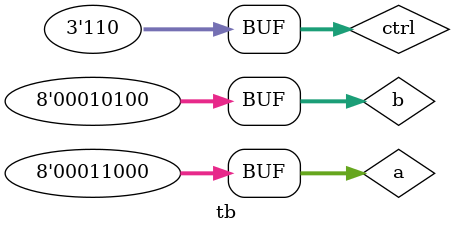
<source format=sv>

module tb;
  reg [7:0]a,b;
  reg [2:0]ctrl;
  wire[7:0] result;
  alu dut(a,b,ctrl,result);
  initial begin
    a=8'd24;b=8'd20;
    #2 ctrl=3'b000;
    #2 ctrl=3'b001;
    #2 ctrl=3'b010;
    #2 ctrl=3'b011;
    #2 ctrl=3'b100;
    #2 ctrl=3'b101;
    #2 ctrl=3'b110;
  end
  initial begin
    $monitor("[%0t] a=%0d(%08b) b=%0d(%08b) ctrl=%0d result=%0d(%08b)",$time,a,a,b,b,ctrl,result,result);
  end
  initial begin
    $dumpfile("dump.vcd");
    $dumpvars();
  end
endmodule

</source>
